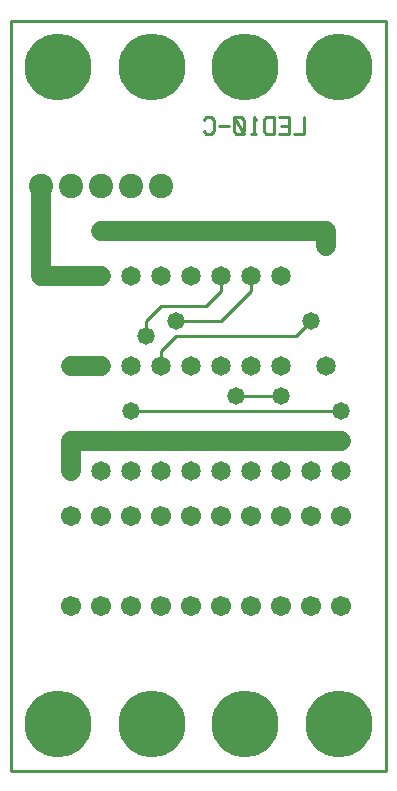
<source format=gbl>
%MOIN*%
%FSLAX25Y25*%
G04 D10 used for Character Trace; *
G04     Circle (OD=.01000) (No hole)*
G04 D11 used for Power Trace; *
G04     Circle (OD=.06700) (No hole)*
G04 D12 used for Signal Trace; *
G04     Circle (OD=.01100) (No hole)*
G04 D13 used for Via; *
G04     Circle (OD=.05800) (Round. Hole ID=.02800)*
G04 D14 used for Component hole; *
G04     Circle (OD=.06500) (Round. Hole ID=.03500)*
G04 D15 used for Component hole; *
G04     Circle (OD=.06700) (Round. Hole ID=.04300)*
G04 D16 used for Component hole; *
G04     Circle (OD=.08100) (Round. Hole ID=.05100)*
G04 D17 used for Component hole; *
G04     Circle (OD=.08900) (Round. Hole ID=.05900)*
G04 D18 used for Component hole; *
G04     Circle (OD=.11300) (Round. Hole ID=.08300)*
G04 D19 used for Component hole; *
G04     Circle (OD=.16000) (Round. Hole ID=.13000)*
G04 D20 used for Component hole; *
G04     Circle (OD=.18300) (Round. Hole ID=.15300)*
G04 D21 used for Component hole; *
G04     Circle (OD=.22291) (Round. Hole ID=.19291)*
%ADD10C,.01000*%
%ADD11C,.06700*%
%ADD12C,.01100*%
%ADD13C,.05800*%
%ADD14C,.06500*%
%ADD15C,.06700*%
%ADD16C,.08100*%
%ADD17C,.08900*%
%ADD18C,.11300*%
%ADD19C,.16000*%
%ADD20C,.18300*%
%ADD21C,.22291*%
%IPPOS*%
%LPD*%
G90*X0Y0D02*D21*X15625Y15625D03*X46875D03*D15*    
X50000Y55000D03*X40000D03*X30000D03*X20000D03*    
X60000D03*X70000D03*D21*X78125Y15625D03*D15*      
X80000Y55000D03*Y85000D03*X70000D03*X60000D03*    
X50000D03*X40000D03*X30000D03*X20000D03*          
X90000Y55000D03*Y85000D03*D14*X100000Y100000D03*  
X90000D03*X80000D03*X70000D03*X60000D03*X50000D03*
X40000D03*X30000D03*X20000D03*D11*Y110000D01*     
X30000D01*D14*D03*D11*X40000D01*D14*D03*D11*      
X50000D01*D14*D03*D11*X60000D01*D14*D03*D11*      
X70000D01*D14*D03*D11*X80000D01*D14*D03*D11*      
X90000D01*D14*D03*D11*X100000D01*D14*D03*D11*     
X110000D01*D14*D03*D13*Y120000D03*D12*X40000D01*  
D13*D03*D14*X50000Y135000D03*D12*Y140000D01*      
X55000Y145000D01*X95000D01*X100000Y150000D01*D13* 
D03*D14*X90000Y135000D03*X105000D03*              
X90000Y165000D03*X80000D03*D12*Y160000D01*        
X70000Y150000D01*X55000D01*D13*D03*D12*X45000D02* 
X50000Y155000D01*X45000Y145000D02*Y150000D01*D13* 
Y145000D03*D12*X50000Y155000D02*X65000D01*        
X70000Y160000D01*Y165000D01*D14*D03*X60000D03*    
X50000D03*D16*X40000Y195000D03*D14*Y135000D03*    
X60000D03*X40000Y165000D03*X70000Y135000D03*      
X80000D03*D16*X50000Y195000D03*D14*               
X105000Y175000D03*D11*Y180000D01*X30000D01*D14*   
D03*D16*Y195000D03*D14*Y165000D03*D11*X10000D01*  
Y180000D01*D14*D03*D11*Y195000D01*D16*D03*        
X20000D03*D21*X46875Y234375D03*X15625D03*D12*     
X0Y0D02*Y250000D01*Y0D02*X125000D01*Y250000D01*   
X0D01*D10*X97511Y217871D02*Y212129D01*X94163D01*  
X89163D02*X92511D01*Y217871D01*X89163D01*         
X92511Y215000D02*X90000D01*X87511Y212129D02*      
Y217871D01*X85000D01*X84163Y216914D01*Y213086D01* 
X85000Y212129D01*X87511D01*X81674Y216914D02*      
X80837Y217871D01*Y212129D01*X81674D02*X80000D01*  
X74163Y213086D02*X75000Y212129D01*X76674D01*      
X77511Y213086D01*Y216914D01*X76674Y217871D01*     
X75000D01*X74163Y216914D01*Y213086D01*            
X77511Y212129D02*X74163Y217871D01*                
X72511Y215000D02*X69163D01*X64163Y213086D02*      
X65000Y212129D01*X66674D01*X67511Y213086D01*      
Y216914D01*X66674Y217871D01*X65000D01*            
X64163Y216914D01*D21*X78125Y234375D03*X109375D03* 
D13*X20000Y135000D03*D11*X30000D01*D14*D03*D13*   
X75000Y125000D03*D12*X90000D01*D13*D03*D14*       
X110000Y100000D03*D15*X100000Y85000D03*X110000D03*
X100000Y55000D03*X110000D03*D21*X109375Y15625D03* 
M02*                                              

</source>
